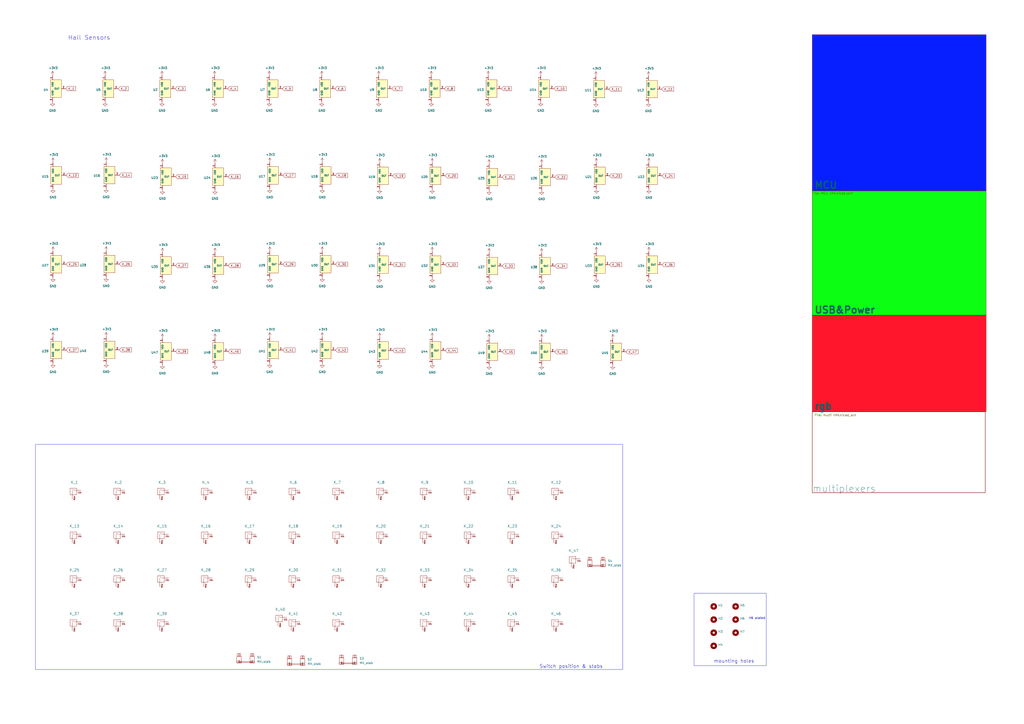
<source format=kicad_sch>
(kicad_sch (version 20230121) (generator eeschema)
  (paper "A2")
  (rectangle (start 402.59 344.17) (end 444.5 386.08))
  (rectangle (start 20.574 257.81) (end 361.188 388.366))
  (text "Switch position & stabs\n" (at 312.928 387.858 0) (effects (font (size 2 2)) (justify left bottom)))
  (text "Hall Sensors" (at 39.37 23.495 0) (effects (font (size 2.54 2.54)) (justify left bottom)))
  (text "mounting holes" (at 414.02 384.81 0) (effects (font (size 2 2)) (justify left bottom)))
  (text "H6 plated" (at 434.34 359.41 0) (effects (font (size 1.27 1.27)) (justify left bottom)))
  (global_label "K_44" (shape input) (at 258.318 203.327 0) (property "Intersheetrefs" "${INTERSHEET_REFS}" (effects hide)))
  (global_label "K_9" (shape input) (at 290.83 51.435 0) (property "Intersheetrefs" "${INTERSHEET_REFS}" (effects hide)))
  (global_label "K_6" (shape input) (at 194.31 51.435 0) (property "Intersheetrefs" "${INTERSHEET_REFS}" (effects hide)))
  (global_label "K_16" (shape input) (at 132.334 102.489 0) (property "Intersheetrefs" "${INTERSHEET_REFS}" (effects hide)))
  (global_label "K_38" (shape input) (at 69.215 202.946 0) (property "Intersheetrefs" "${INTERSHEET_REFS}" (effects hide)))
  (global_label "K_4" (shape input) (at 132.08 51.435 0) (property "Intersheetrefs" "${INTERSHEET_REFS}" (effects hide)))
  (global_label "K_24" (shape input) (at 384.048 101.981 0) (property "Intersheetrefs" "${INTERSHEET_REFS}" (effects hide)))
  (global_label "K_25" (shape input) (at 38.354 153.289 0) (property "Intersheetrefs" "${INTERSHEET_REFS}" (effects hide)))
  (global_label "K_47" (shape input) (at 363.093 204.089 0) (property "Intersheetrefs" "${INTERSHEET_REFS}" (effects hide)))
  (global_label "K_17" (shape input) (at 164.084 101.727 0) (property "Intersheetrefs" "${INTERSHEET_REFS}" (effects hide)))
  (global_label "K_22" (shape input) (at 321.818 102.743 0) (property "Intersheetrefs" "${INTERSHEET_REFS}" (effects hide)))
  (global_label "K_18" (shape input) (at 194.564 101.727 0) (property "Intersheetrefs" "${INTERSHEET_REFS}" (effects hide)))
  (global_label "K_14" (shape input) (at 69.215 101.6 0) (property "Intersheetrefs" "${INTERSHEET_REFS}" (effects hide)))
  (global_label "K_21" (shape input) (at 291.338 102.743 0) (property "Intersheetrefs" "${INTERSHEET_REFS}" (effects hide)))
  (global_label "K_42" (shape input) (at 194.564 203.073 0) (property "Intersheetrefs" "${INTERSHEET_REFS}" (effects hide)))
  (global_label "K_39" (shape input) (at 101.854 203.835 0) (property "Intersheetrefs" "${INTERSHEET_REFS}" (effects hide)))
  (global_label "K_11" (shape input) (at 353.314 51.689 0) (property "Intersheetrefs" "${INTERSHEET_REFS}" (effects hide)))
  (global_label "K_2" (shape input) (at 68.58 51.435 0) (property "Intersheetrefs" "${INTERSHEET_REFS}" (effects hide)))
  (global_label "K_15" (shape input) (at 101.854 102.489 0) (property "Intersheetrefs" "${INTERSHEET_REFS}" (effects hide)))
  (global_label "K_36" (shape input) (at 384.048 153.543 0) (property "Intersheetrefs" "${INTERSHEET_REFS}" (effects hide)))
  (global_label "K_20" (shape input) (at 258.318 101.981 0) (property "Intersheetrefs" "${INTERSHEET_REFS}" (effects hide)))
  (global_label "K_13" (shape input) (at 38.354 101.727 0) (property "Intersheetrefs" "${INTERSHEET_REFS}" (effects hide)))
  (global_label "K_5" (shape input) (at 163.83 51.435 0) (property "Intersheetrefs" "${INTERSHEET_REFS}" (effects hide)))
  (global_label "K_35" (shape input) (at 353.568 153.543 0) (property "Intersheetrefs" "${INTERSHEET_REFS}" (effects hide)))
  (global_label "K_31" (shape input) (at 227.838 153.543 0) (property "Intersheetrefs" "${INTERSHEET_REFS}" (effects hide)))
  (global_label "K_26" (shape input) (at 69.215 153.162 0) (property "Intersheetrefs" "${INTERSHEET_REFS}" (effects hide)))
  (global_label "K_34" (shape input) (at 321.818 154.305 0) (property "Intersheetrefs" "${INTERSHEET_REFS}" (effects hide)))
  (global_label "K_43" (shape input) (at 227.838 203.327 0) (property "Intersheetrefs" "${INTERSHEET_REFS}" (effects hide)))
  (global_label "K_10" (shape input) (at 321.31 51.435 0) (property "Intersheetrefs" "${INTERSHEET_REFS}" (effects hide)))
  (global_label "K_29" (shape input) (at 164.084 153.289 0) (property "Intersheetrefs" "${INTERSHEET_REFS}" (effects hide)))
  (global_label "K_40" (shape input) (at 132.334 203.835 0) (property "Intersheetrefs" "${INTERSHEET_REFS}" (effects hide)))
  (global_label "K_12" (shape input) (at 383.794 51.689 0) (property "Intersheetrefs" "${INTERSHEET_REFS}" (effects hide)))
  (global_label "K_37" (shape input) (at 38.354 203.073 0) (property "Intersheetrefs" "${INTERSHEET_REFS}" (effects hide)))
  (global_label "K_32" (shape input) (at 258.318 153.543 0) (property "Intersheetrefs" "${INTERSHEET_REFS}" (effects hide)))
  (global_label "K_33" (shape input) (at 291.338 154.305 0) (property "Intersheetrefs" "${INTERSHEET_REFS}" (effects hide)))
  (global_label "K_45" (shape input) (at 291.338 204.089 0) (property "Intersheetrefs" "${INTERSHEET_REFS}" (effects hide)))
  (global_label "K_7" (shape input) (at 227.33 51.435 0) (property "Intersheetrefs" "${INTERSHEET_REFS}" (effects hide)))
  (global_label "K_23" (shape input) (at 353.568 101.981 0) (property "Intersheetrefs" "${INTERSHEET_REFS}" (effects hide)))
  (global_label "K_28" (shape input) (at 132.334 154.051 0) (property "Intersheetrefs" "${INTERSHEET_REFS}" (effects hide)))
  (global_label "K_27" (shape input) (at 101.854 154.051 0) (property "Intersheetrefs" "${INTERSHEET_REFS}" (effects hide)))
  (global_label "K_30" (shape input) (at 194.564 153.289 0) (property "Intersheetrefs" "${INTERSHEET_REFS}" (effects hide)))
  (global_label "K_1" (shape input) (at 38.1 51.435 0) (property "Intersheetrefs" "${INTERSHEET_REFS}" (effects hide)))
  (global_label "K_3" (shape input) (at 101.6 51.435 0) (property "Intersheetrefs" "${INTERSHEET_REFS}" (effects hide)))
  (global_label "K_8" (shape input) (at 257.81 51.435 0) (property "Intersheetrefs" "${INTERSHEET_REFS}" (effects hide)))
  (global_label "K_41" (shape input) (at 164.084 203.073 0) (property "Intersheetrefs" "${INTERSHEET_REFS}" (effects hide)))
  (global_label "K_19" (shape input) (at 227.838 101.981 0) (property "Intersheetrefs" "${INTERSHEET_REFS}" (effects hide)))
  (global_label "K_46" (shape input) (at 321.818 204.089 0) (property "Intersheetrefs" "${INTERSHEET_REFS}" (effects hide)))
  (symbol (lib_id "PCM_marbastlib-mx:MX_stab") (at 171.704 383.286 0) (unit 1)
    (property "Reference" "S2" (at 178.308 382.524 0) (effects (justify left)))
    (property "Value" "MX_stab" (at 178.308 385.064 0) (effects (justify left)))
    (property "Footprint" "PCM_marbastlib-mx:STAB_MX_6.25u" (effects hide))
  )
  (symbol (lib_id "power:+3V3") (at 30.734 195.453 0) (unit 1)
    (property "Reference" "#PWR0188" (effects hide))
    (property "Value" "+3V3" (at 31.115 191.0588 0))
  )
  (symbol (lib_id "power:GND") (at 345.948 109.601 0) (unit 1)
    (property "Reference" "#PWR0128" (effects hide))
    (property "Value" "GND" (at 345.948 114.681 0))
  )
  (symbol (lib_id "49e:Hall_Sensor") (at 33.274 203.073 0) (unit 1)
    (property "Reference" "U39" (at 28.194 203.708 0) (effects (justify right)))
    (property "Value" "SLSS49E-3" (effects hide))
    (property "Footprint" "Package_TO_SOT_SMD:SOT-23" (effects hide))
    (property "Datasheet" "https://datasheet.lcsc.com/lcsc/2110081930_Slkor-SLKORMICRO-Elec--SLSS49E-3_C2904393.pdf" (effects hide))
    (property "LCSC Part" "C2904393" (effects hide))
    (property "LCSC" "C2904393" (effects hide))
  )
  (symbol (lib_id "MX_Alps_Hybrid:MX-NoLED") (at 170.18 285.75 0) (unit 1)
    (property "Reference" "K_6" (at 170.18 279.8318 0) (effects (font (size 1.524 1.524))))
    (property "Value" "KEYSW" (effects hide))
    (property "Footprint" "Moonpad:Wooting_1.00u" (effects hide))
  )
  (symbol (lib_id "MX_Alps_Hybrid:MX-NoLED") (at 246.38 361.95 0) (unit 1)
    (property "Reference" "K_43" (at 246.38 356.0318 0) (effects (font (size 1.524 1.524))))
    (property "Value" "KEYSW" (effects hide))
    (property "Footprint" "Moonpad:Wooting_1.00u" (effects hide))
  )
  (symbol (lib_id "power:+3V3") (at 186.69 43.815 0) (unit 1)
    (property "Reference" "#PWR061" (effects hide))
    (property "Value" "+3V3" (at 187.071 39.4208 0))
  )
  (symbol (lib_id "power:+3V3") (at 314.198 146.685 0) (unit 1)
    (property "Reference" "#PWR0151" (effects hide))
    (property "Value" "+3V3" (at 314.579 142.2908 0))
  )
  (symbol (lib_id "power:GND") (at 30.734 210.693 0) (unit 1)
    (property "Reference" "#PWR0212" (effects hide))
    (property "Value" "GND" (at 30.734 215.773 0))
  )
  (symbol (lib_id "power:GND") (at 124.714 211.455 0) (unit 1)
    (property "Reference" "#PWR0230" (effects hide))
    (property "Value" "GND" (at 124.714 216.535 0))
  )
  (symbol (lib_id "49e:Hall_Sensor") (at 96.774 203.835 0) (unit 1)
    (property "Reference" "U47" (at 91.694 204.47 0) (effects (justify right)))
    (property "Value" "SLSS49E-3" (effects hide))
    (property "Footprint" "Package_TO_SOT_SMD:SOT-23" (effects hide))
    (property "Datasheet" "https://datasheet.lcsc.com/lcsc/2110081930_Slkor-SLKORMICRO-Elec--SLSS49E-3_C2904393.pdf" (effects hide))
    (property "LCSC Part" "C2904393" (effects hide))
    (property "LCSC" "C2904393" (effects hide))
  )
  (symbol (lib_id "MX_Alps_Hybrid:MX-NoLED") (at 297.18 361.95 0) (unit 1)
    (property "Reference" "K_45" (at 297.18 356.0318 0) (effects (font (size 1.524 1.524))))
    (property "Value" "KEYSW" (effects hide))
    (property "Footprint" "Moonpad:Wooting_1.00u" (effects hide))
  )
  (symbol (lib_id "power:+3V3") (at 219.71 43.815 0) (unit 1)
    (property "Reference" "#PWR068" (effects hide))
    (property "Value" "+3V3" (at 220.091 39.4208 0))
  )
  (symbol (lib_id "MX_Alps_Hybrid:MX-NoLED") (at 271.78 285.75 0) (unit 1)
    (property "Reference" "K_10" (at 271.78 279.8318 0) (effects (font (size 1.524 1.524))))
    (property "Value" "KEYSW" (effects hide))
    (property "Footprint" "Moonpad:Wooting_1.00u" (effects hide))
  )
  (symbol (lib_id "power:+3V3") (at 283.718 95.123 0) (unit 1)
    (property "Reference" "#PWR0102" (effects hide))
    (property "Value" "+3V3" (at 284.099 90.7288 0))
  )
  (symbol (lib_id "49e:Hall_Sensor") (at 286.258 154.305 0) (unit 1)
    (property "Reference" "U37" (at 281.178 154.94 0) (effects (justify right)))
    (property "Value" "SLSS49E-3" (effects hide))
    (property "Footprint" "Package_TO_SOT_SMD:SOT-23" (effects hide))
    (property "Datasheet" "https://datasheet.lcsc.com/lcsc/2110081930_Slkor-SLKORMICRO-Elec--SLSS49E-3_C2904393.pdf" (effects hide))
    (property "LCSC Part" "C2904393" (effects hide))
    (property "LCSC" "C2904393" (effects hide))
  )
  (symbol (lib_id "power:GND") (at 93.98 59.055 0) (unit 1)
    (property "Reference" "#PWR056" (effects hide))
    (property "Value" "GND" (at 93.98 64.135 0))
  )
  (symbol (lib_id "power:+3V3") (at 250.698 145.923 0) (unit 1)
    (property "Reference" "#PWR0145" (effects hide))
    (property "Value" "+3V3" (at 251.079 141.5288 0))
  )
  (symbol (lib_id "49e:Hall_Sensor") (at 378.968 153.543 0) (unit 1)
    (property "Reference" "U34" (at 373.888 154.178 0) (effects (justify right)))
    (property "Value" "SLSS49E-3" (effects hide))
    (property "Footprint" "Package_TO_SOT_SMD:SOT-23" (effects hide))
    (property "Datasheet" "https://datasheet.lcsc.com/lcsc/2110081930_Slkor-SLKORMICRO-Elec--SLSS49E-3_C2904393.pdf" (effects hide))
    (property "LCSC Part" "C2904393" (effects hide))
    (property "LCSC" "C2904393" (effects hide))
  )
  (symbol (lib_id "MX_Alps_Hybrid:MX-NoLED") (at 170.18 311.15 0) (unit 1)
    (property "Reference" "K_18" (at 170.18 305.2318 0) (effects (font (size 1.524 1.524))))
    (property "Value" "KEYSW" (effects hide))
    (property "Footprint" "Moonpad:Wooting_1.00u" (effects hide))
  )
  (symbol (lib_id "power:GND") (at 61.595 160.782 0) (unit 1)
    (property "Reference" "#PWR0166" (effects hide))
    (property "Value" "GND" (at 61.595 165.862 0))
  )
  (symbol (lib_id "MX_Alps_Hybrid:MX-NoLED") (at 220.98 311.15 0) (unit 1)
    (property "Reference" "K_20" (at 220.98 305.2318 0) (effects (font (size 1.524 1.524))))
    (property "Value" "KEYSW" (effects hide))
    (property "Footprint" "Moonpad:Wooting_1.00u" (effects hide))
  )
  (symbol (lib_id "49e:Hall_Sensor") (at 253.238 153.543 0) (unit 1)
    (property "Reference" "U32" (at 248.158 154.178 0) (effects (justify right)))
    (property "Value" "SLSS49E-3" (effects hide))
    (property "Footprint" "Package_TO_SOT_SMD:SOT-23" (effects hide))
    (property "Datasheet" "https://datasheet.lcsc.com/lcsc/2110081930_Slkor-SLKORMICRO-Elec--SLSS49E-3_C2904393.pdf" (effects hide))
    (property "LCSC Part" "C2904393" (effects hide))
    (property "LCSC" "C2904393" (effects hide))
  )
  (symbol (lib_id "power:GND") (at 314.198 211.709 0) (unit 1)
    (property "Reference" "#PWR0234" (effects hide))
    (property "Value" "GND" (at 314.198 216.789 0))
  )
  (symbol (lib_id "power:GND") (at 355.473 211.709 0) (unit 1)
    (property "Reference" "#PWR0206" (effects hide))
    (property "Value" "GND" (at 355.473 216.789 0))
  )
  (symbol (lib_id "power:GND") (at 283.21 59.055 0) (unit 1)
    (property "Reference" "#PWR088" (effects hide))
    (property "Value" "GND" (at 283.21 64.135 0))
  )
  (symbol (lib_id "power:+3V3") (at 283.21 43.815 0) (unit 1)
    (property "Reference" "#PWR072" (effects hide))
    (property "Value" "+3V3" (at 283.591 39.4208 0))
  )
  (symbol (lib_id "power:+3V3") (at 250.698 94.361 0) (unit 1)
    (property "Reference" "#PWR097" (effects hide))
    (property "Value" "+3V3" (at 251.079 89.9668 0))
  )
  (symbol (lib_id "power:+3V3") (at 220.218 195.707 0) (unit 1)
    (property "Reference" "#PWR0192" (effects hide))
    (property "Value" "+3V3" (at 220.599 191.3128 0))
  )
  (symbol (lib_id "power:+3V3") (at 220.218 94.361 0) (unit 1)
    (property "Reference" "#PWR096" (effects hide))
    (property "Value" "+3V3" (at 220.599 89.9668 0))
  )
  (symbol (lib_id "power:GND") (at 124.46 59.055 0) (unit 1)
    (property "Reference" "#PWR058" (effects hide))
    (property "Value" "GND" (at 124.46 64.135 0))
  )
  (symbol (lib_id "MX_Alps_Hybrid:MX-NoLED") (at 322.58 336.55 0) (unit 1)
    (property "Reference" "K_36" (at 322.58 330.6318 0) (effects (font (size 1.524 1.524))))
    (property "Value" "KEYSW" (effects hide))
    (property "Footprint" "Moonpad:Wooting_1.00u" (effects hide))
  )
  (symbol (lib_id "49e:Hall_Sensor") (at 222.758 101.981 0) (unit 1)
    (property "Reference" "U19" (at 217.678 102.616 0) (effects (justify right)))
    (property "Value" "SLSS49E-3" (effects hide))
    (property "Footprint" "Package_TO_SOT_SMD:SOT-23" (effects hide))
    (property "Datasheet" "https://datasheet.lcsc.com/lcsc/2110081930_Slkor-SLKORMICRO-Elec--SLSS49E-3_C2904393.pdf" (effects hide))
    (property "LCSC Part" "C2904393" (effects hide))
    (property "LCSC" "C2904393" (effects hide))
  )
  (symbol (lib_id "power:+3V3") (at 314.198 95.123 0) (unit 1)
    (property "Reference" "#PWR0103" (effects hide))
    (property "Value" "+3V3" (at 314.579 90.7288 0))
  )
  (symbol (lib_id "49e:Hall_Sensor") (at 378.714 51.689 0) (unit 1)
    (property "Reference" "U12" (at 373.634 52.324 0) (effects (justify right)))
    (property "Value" "SLSS49E-3" (effects hide))
    (property "Footprint" "Package_TO_SOT_SMD:SOT-23" (effects hide))
    (property "Datasheet" "https://datasheet.lcsc.com/lcsc/2110081930_Slkor-SLKORMICRO-Elec--SLSS49E-3_C2904393.pdf" (effects hide))
    (property "LCSC Part" "C2904393" (effects hide))
    (property "LCSC" "C2904393" (effects hide))
  )
  (symbol (lib_id "power:+3V3") (at 61.595 145.542 0) (unit 1)
    (property "Reference" "#PWR0141" (effects hide))
    (property "Value" "+3V3" (at 61.976 141.1478 0))
  )
  (symbol (lib_id "power:+3V3") (at 124.46 43.815 0) (unit 1)
    (property "Reference" "#PWR053" (effects hide))
    (property "Value" "+3V3" (at 124.841 39.4208 0))
  )
  (symbol (lib_id "power:+3V3") (at 186.944 195.453 0) (unit 1)
    (property "Reference" "#PWR0191" (effects hide))
    (property "Value" "+3V3" (at 187.325 191.0588 0))
  )
  (symbol (lib_id "MX_Alps_Hybrid:MX-NoLED") (at 93.98 285.75 0) (unit 1)
    (property "Reference" "K_3" (at 93.98 279.8318 0) (effects (font (size 1.524 1.524))))
    (property "Value" "KEYSW" (effects hide))
    (property "Footprint" "Moonpad:Wooting_1.00u" (effects hide))
  )
  (symbol (lib_id "MX_Alps_Hybrid:MX-NoLED") (at 297.18 336.55 0) (unit 1)
    (property "Reference" "K_35" (at 297.18 330.6318 0) (effects (font (size 1.524 1.524))))
    (property "Value" "KEYSW" (effects hide))
    (property "Footprint" "Moonpad:Wooting_1.00u" (effects hide))
  )
  (symbol (lib_id "49e:Hall_Sensor") (at 127 51.435 0) (unit 1)
    (property "Reference" "U6" (at 121.92 52.07 0) (effects (justify right)))
    (property "Value" "SLSS49E-3" (effects hide))
    (property "Footprint" "Package_TO_SOT_SMD:SOT-23" (effects hide))
    (property "Datasheet" "https://datasheet.lcsc.com/lcsc/2110081930_Slkor-SLKORMICRO-Elec--SLSS49E-3_C2904393.pdf" (effects hide))
    (property "LCSC Part" "C2904393" (effects hide))
    (property "LCSC" "C2904393" (effects hide))
  )
  (symbol (lib_id "49e:Hall_Sensor") (at 286.258 204.089 0) (unit 1)
    (property "Reference" "U49" (at 281.178 204.724 0) (effects (justify right)))
    (property "Value" "SLSS49E-3" (effects hide))
    (property "Footprint" "Package_TO_SOT_SMD:SOT-23" (effects hide))
    (property "Datasheet" "https://datasheet.lcsc.com/lcsc/2110081930_Slkor-SLKORMICRO-Elec--SLSS49E-3_C2904393.pdf" (effects hide))
    (property "LCSC Part" "C2904393" (effects hide))
    (property "LCSC" "C2904393" (effects hide))
  )
  (symbol (lib_id "MX_Alps_Hybrid:MX-NoLED") (at 271.78 311.15 0) (unit 1)
    (property "Reference" "K_22" (at 271.78 305.2318 0) (effects (font (size 1.524 1.524))))
    (property "Value" "KEYSW" (effects hide))
    (property "Footprint" "Moonpad:Wooting_1.00u" (effects hide))
  )
  (symbol (lib_id "MX_Alps_Hybrid:MX-NoLED") (at 93.98 361.95 0) (unit 1)
    (property "Reference" "K_39" (at 93.98 356.0318 0) (effects (font (size 1.524 1.524))))
    (property "Value" "KEYSW" (effects hide))
    (property "Footprint" "Moonpad:Wooting_1.00u" (effects hide))
  )
  (symbol (lib_id "Mechanical:MountingHole") (at 426.72 351.79 0) (unit 1)
    (property "Reference" "H5" (at 429.26 351.155 0) (effects (justify left)))
    (property "Value" "MountingHole" (effects hide))
    (property "Footprint" "MountingHole:MountingHole_2.2mm_M2" (effects hide))
  )
  (symbol (lib_id "power:GND") (at 283.718 161.925 0) (unit 1)
    (property "Reference" "#PWR0184" (effects hide))
    (property "Value" "GND" (at 283.718 167.005 0))
  )
  (symbol (lib_id "power:GND") (at 186.944 109.347 0) (unit 1)
    (property "Reference" "#PWR0122" (effects hide))
    (property "Value" "GND" (at 186.944 114.427 0))
  )
  (symbol (lib_id "power:+3V3") (at 283.718 196.469 0) (unit 1)
    (property "Reference" "#PWR0198" (effects hide))
    (property "Value" "+3V3" (at 284.099 192.0748 0))
  )
  (symbol (lib_id "49e:Hall_Sensor") (at 348.488 101.981 0) (unit 1)
    (property "Reference" "U21" (at 343.408 102.616 0) (effects (justify right)))
    (property "Value" "SLSS49E-3" (effects hide))
    (property "Footprint" "Package_TO_SOT_SMD:SOT-23" (effects hide))
    (property "Datasheet" "https://datasheet.lcsc.com/lcsc/2110081930_Slkor-SLKORMICRO-Elec--SLSS49E-3_C2904393.pdf" (effects hide))
    (property "LCSC Part" "C2904393" (effects hide))
    (property "LCSC" "C2904393" (effects hide))
  )
  (symbol (lib_id "power:+3V3") (at 376.174 44.069 0) (unit 1)
    (property "Reference" "#PWR071" (effects hide))
    (property "Value" "+3V3" (at 376.555 39.6748 0))
  )
  (symbol (lib_id "MX_Alps_Hybrid:MX-NoLED") (at 144.78 311.15 0) (unit 1)
    (property "Reference" "K_17" (at 144.78 305.2318 0) (effects (font (size 1.524 1.524))))
    (property "Value" "KEYSW" (effects hide))
    (property "Footprint" "Moonpad:Wooting_1.00u" (effects hide))
  )
  (symbol (lib_id "49e:Hall_Sensor") (at 127.254 154.051 0) (unit 1)
    (property "Reference" "U36" (at 122.174 154.686 0) (effects (justify right)))
    (property "Value" "SLSS49E-3" (effects hide))
    (property "Footprint" "Package_TO_SOT_SMD:SOT-23" (effects hide))
    (property "Datasheet" "https://datasheet.lcsc.com/lcsc/2110081930_Slkor-SLKORMICRO-Elec--SLSS49E-3_C2904393.pdf" (effects hide))
    (property "LCSC Part" "C2904393" (effects hide))
    (property "LCSC" "C2904393" (effects hide))
  )
  (symbol (lib_id "power:+3V3") (at 30.734 94.107 0) (unit 1)
    (property "Reference" "#PWR092" (effects hide))
    (property "Value" "+3V3" (at 31.115 89.7128 0))
  )
  (symbol (lib_id "49e:Hall_Sensor") (at 316.738 154.305 0) (unit 1)
    (property "Reference" "U38" (at 311.658 154.94 0) (effects (justify right)))
    (property "Value" "SLSS49E-3" (effects hide))
    (property "Footprint" "Package_TO_SOT_SMD:SOT-23" (effects hide))
    (property "Datasheet" "https://datasheet.lcsc.com/lcsc/2110081930_Slkor-SLKORMICRO-Elec--SLSS49E-3_C2904393.pdf" (effects hide))
    (property "LCSC Part" "C2904393" (effects hide))
    (property "LCSC" "C2904393" (effects hide))
  )
  (symbol (lib_id "49e:Hall_Sensor") (at 96.52 51.435 0) (unit 1)
    (property "Reference" "U2" (at 91.44 52.07 0) (effects (justify right)))
    (property "Value" "SLSS49E-3" (effects hide))
    (property "Footprint" "Package_TO_SOT_SMD:SOT-23" (effects hide))
    (property "Datasheet" "https://datasheet.lcsc.com/lcsc/2110081930_Slkor-SLKORMICRO-Elec--SLSS49E-3_C2904393.pdf" (effects hide))
    (property "LCSC Part" "C2904393" (effects hide))
    (property "LCSC" "C2904393" (effects hide))
  )
  (symbol (lib_id "49e:Hall_Sensor") (at 33.274 153.289 0) (unit 1)
    (property "Reference" "U27" (at 28.194 153.924 0) (effects (justify right)))
    (property "Value" "SLSS49E-3" (effects hide))
    (property "Footprint" "Package_TO_SOT_SMD:SOT-23" (effects hide))
    (property "Datasheet" "https://datasheet.lcsc.com/lcsc/2110081930_Slkor-SLKORMICRO-Elec--SLSS49E-3_C2904393.pdf" (effects hide))
    (property "LCSC Part" "C2904393" (effects hide))
    (property "LCSC" "C2904393" (effects hide))
  )
  (symbol (lib_id "MX_Alps_Hybrid:MX-NoLED") (at 119.38 311.15 0) (unit 1)
    (property "Reference" "K_16" (at 119.38 305.2318 0) (effects (font (size 1.524 1.524))))
    (property "Value" "KEYSW" (effects hide))
    (property "Footprint" "Moonpad:Wooting_1.00u" (effects hide))
  )
  (symbol (lib_id "49e:Hall_Sensor") (at 63.5 51.435 0) (unit 1)
    (property "Reference" "U5" (at 58.42 52.07 0) (effects (justify right)))
    (property "Value" "SLSS49E-3" (effects hide))
    (property "Footprint" "Package_TO_SOT_SMD:SOT-23" (effects hide))
    (property "Datasheet" "https://datasheet.lcsc.com/lcsc/2110081930_Slkor-SLKORMICRO-Elec--SLSS49E-3_C2904393.pdf" (effects hide))
    (property "LCSC Part" "C2904393" (effects hide))
    (property "LCSC" "C2904393" (effects hide))
  )
  (symbol (lib_id "MX_Alps_Hybrid:MX-NoLED") (at 195.58 361.95 0) (unit 1)
    (property "Reference" "K_42" (at 195.58 356.0318 0) (effects (font (size 1.524 1.524))))
    (property "Value" "KEYSW" (effects hide))
    (property "Footprint" "Moonpad:Wooting_1.00u" (effects hide))
  )
  (symbol (lib_id "power:GND") (at 376.428 161.163 0) (unit 1)
    (property "Reference" "#PWR0178" (effects hide))
    (property "Value" "GND" (at 376.428 166.243 0))
  )
  (symbol (lib_id "power:+3V3") (at 94.234 196.215 0) (unit 1)
    (property "Reference" "#PWR0196" (effects hide))
    (property "Value" "+3V3" (at 94.615 191.8208 0))
  )
  (symbol (lib_id "power:+3V3") (at 61.595 195.326 0) (unit 1)
    (property "Reference" "#PWR0189" (effects hide))
    (property "Value" "+3V3" (at 61.976 190.9318 0))
  )
  (symbol (lib_id "49e:Hall_Sensor") (at 96.774 154.051 0) (unit 1)
    (property "Reference" "U35" (at 91.694 154.686 0) (effects (justify right)))
    (property "Value" "SLSS49E-3" (effects hide))
    (property "Footprint" "Package_TO_SOT_SMD:SOT-23" (effects hide))
    (property "Datasheet" "https://datasheet.lcsc.com/lcsc/2110081930_Slkor-SLKORMICRO-Elec--SLSS49E-3_C2904393.pdf" (effects hide))
    (property "LCSC Part" "C2904393" (effects hide))
    (property "LCSC" "C2904393" (effects hide))
  )
  (symbol (lib_id "49e:Hall_Sensor") (at 189.23 51.435 0) (unit 1)
    (property "Reference" "U8" (at 184.15 52.07 0) (effects (justify right)))
    (property "Value" "SLSS49E-3" (effects hide))
    (property "Footprint" "Package_TO_SOT_SMD:SOT-23" (effects hide))
    (property "Datasheet" "https://datasheet.lcsc.com/lcsc/2110081930_Slkor-SLKORMICRO-Elec--SLSS49E-3_C2904393.pdf" (effects hide))
    (property "LCSC Part" "C2904393" (effects hide))
    (property "LCSC" "C2904393" (effects hide))
  )
  (symbol (lib_id "power:+3V3") (at 156.464 195.453 0) (unit 1)
    (property "Reference" "#PWR0190" (effects hide))
    (property "Value" "+3V3" (at 156.845 191.0588 0))
  )
  (symbol (lib_id "power:GND") (at 250.698 161.163 0) (unit 1)
    (property "Reference" "#PWR0174" (effects hide))
    (property "Value" "GND" (at 250.698 166.243 0))
  )
  (symbol (lib_id "MX_Alps_Hybrid:MX-NoLED") (at 271.78 361.95 0) (unit 1)
    (property "Reference" "K_44" (at 271.78 356.0318 0) (effects (font (size 1.524 1.524))))
    (property "Value" "KEYSW" (effects hide))
    (property "Footprint" "Moonpad:Wooting_1.00u" (effects hide))
  )
  (symbol (lib_id "power:+3V3") (at 124.714 146.431 0) (unit 1)
    (property "Reference" "#PWR0149" (effects hide))
    (property "Value" "+3V3" (at 125.095 142.0368 0))
  )
  (symbol (lib_id "49e:Hall_Sensor") (at 252.73 51.435 0) (unit 1)
    (property "Reference" "U10" (at 247.65 52.07 0) (effects (justify right)))
    (property "Value" "SLSS49E-3" (effects hide))
    (property "Footprint" "Package_TO_SOT_SMD:SOT-23" (effects hide))
    (property "Datasheet" "https://datasheet.lcsc.com/lcsc/2110081930_Slkor-SLKORMICRO-Elec--SLSS49E-3_C2904393.pdf" (effects hide))
    (property "LCSC Part" "C2904393" (effects hide))
    (property "LCSC" "C2904393" (effects hide))
  )
  (symbol (lib_id "MX_Alps_Hybrid:MX-NoLED") (at 144.78 336.55 0) (unit 1)
    (property "Reference" "K_29" (at 144.78 330.6318 0) (effects (font (size 1.524 1.524))))
    (property "Value" "KEYSW" (effects hide))
    (property "Footprint" "Moonpad:Wooting_1.00u" (effects hide))
  )
  (symbol (lib_id "power:GND") (at 94.234 161.671 0) (unit 1)
    (property "Reference" "#PWR0180" (effects hide))
    (property "Value" "GND" (at 94.234 166.751 0))
  )
  (symbol (lib_id "MX_Alps_Hybrid:MX-NoLED") (at 220.98 285.75 0) (unit 1)
    (property "Reference" "K_8" (at 220.98 279.8318 0) (effects (font (size 1.524 1.524))))
    (property "Value" "KEYSW" (effects hide))
    (property "Footprint" "Moonpad:Wooting_1.00u" (effects hide))
  )
  (symbol (lib_id "MX_Alps_Hybrid:MX-NoLED") (at 43.18 361.95 0) (unit 1)
    (property "Reference" "K_37" (at 43.18 356.0318 0) (effects (font (size 1.524 1.524))))
    (property "Value" "KEYSW" (effects hide))
    (property "Footprint" "Moonpad:Wooting_1.00u" (effects hide))
  )
  (symbol (lib_id "power:+3V3") (at 156.464 145.669 0) (unit 1)
    (property "Reference" "#PWR0142" (effects hide))
    (property "Value" "+3V3" (at 156.845 141.2748 0))
  )
  (symbol (lib_id "MX_Alps_Hybrid:MX-NoLED") (at 68.58 361.95 0) (unit 1)
    (property "Reference" "K_38" (at 68.58 356.0318 0) (effects (font (size 1.524 1.524))))
    (property "Value" "KEYSW" (effects hide))
    (property "Footprint" "Moonpad:Wooting_1.00u" (effects hide))
  )
  (symbol (lib_id "MX_Alps_Hybrid:MX-NoLED") (at 332.74 325.374 0) (unit 1)
    (property "Reference" "K_47" (at 332.74 319.4558 0) (effects (font (size 1.524 1.524))))
    (property "Value" "KEYSW" (effects hide))
    (property "Footprint" "Moonpad:Wooting_1.00u" (effects hide))
  )
  (symbol (lib_id "power:GND") (at 220.218 210.947 0) (unit 1)
    (property "Reference" "#PWR0220" (effects hide))
    (property "Value" "GND" (at 220.218 216.027 0))
  )
  (symbol (lib_id "power:GND") (at 30.734 109.347 0) (unit 1)
    (property "Reference" "#PWR0116" (effects hide))
    (property "Value" "GND" (at 30.734 114.427 0))
  )
  (symbol (lib_id "PCM_marbastlib-mx:MX_stab") (at 345.948 326.136 0) (unit 1)
    (property "Reference" "S4" (at 352.552 325.374 0) (effects (justify left)))
    (property "Value" "MX_stab" (at 352.552 327.914 0) (effects (justify left)))
    (property "Footprint" "PCM_marbastlib-mx:STAB_MX_ISO-ROT" (effects hide))
  )
  (symbol (lib_id "power:GND") (at 376.428 109.601 0) (unit 1)
    (property "Reference" "#PWR0130" (effects hide))
    (property "Value" "GND" (at 376.428 114.681 0))
  )
  (symbol (lib_id "power:+3V3") (at 283.718 146.685 0) (unit 1)
    (property "Reference" "#PWR0150" (effects hide))
    (property "Value" "+3V3" (at 284.099 142.2908 0))
  )
  (symbol (lib_id "power:+3V3") (at 93.98 43.815 0) (unit 1)
    (property "Reference" "#PWR052" (effects hide))
    (property "Value" "+3V3" (at 94.361 39.4208 0))
  )
  (symbol (lib_id "49e:Hall_Sensor") (at 222.25 51.435 0) (unit 1)
    (property "Reference" "U9" (at 217.17 52.07 0) (effects (justify right)))
    (property "Value" "SLSS49E-3" (effects hide))
    (property "Footprint" "Package_TO_SOT_SMD:SOT-23" (effects hide))
    (property "Datasheet" "https://datasheet.lcsc.com/lcsc/2110081930_Slkor-SLKORMICRO-Elec--SLSS49E-3_C2904393.pdf" (effects hide))
    (property "LCSC Part" "C2904393" (effects hide))
    (property "LCSC" "C2904393" (effects hide))
  )
  (symbol (lib_id "power:+3V3") (at 30.48 43.815 0) (unit 1)
    (property "Reference" "#PWR07" (effects hide))
    (property "Value" "+3V3" (at 30.861 39.4208 0))
  )
  (symbol (lib_id "power:+3V3") (at 156.464 94.107 0) (unit 1)
    (property "Reference" "#PWR094" (effects hide))
    (property "Value" "+3V3" (at 156.845 89.7128 0))
  )
  (symbol (lib_id "power:GND") (at 314.198 161.925 0) (unit 1)
    (property "Reference" "#PWR0186" (effects hide))
    (property "Value" "GND" (at 314.198 167.005 0))
  )
  (symbol (lib_id "MX_Alps_Hybrid:MX-NoLED") (at 246.38 311.15 0) (unit 1)
    (property "Reference" "K_21" (at 246.38 305.2318 0) (effects (font (size 1.524 1.524))))
    (property "Value" "KEYSW" (effects hide))
    (property "Footprint" "Moonpad:Wooting_1.00u" (effects hide))
  )
  (symbol (lib_id "power:GND") (at 186.69 59.055 0) (unit 1)
    (property "Reference" "#PWR066" (effects hide))
    (property "Value" "GND" (at 186.69 64.135 0))
  )
  (symbol (lib_id "power:GND") (at 250.19 59.055 0) (unit 1)
    (property "Reference" "#PWR082" (effects hide))
    (property "Value" "GND" (at 250.19 64.135 0))
  )
  (symbol (lib_id "49e:Hall_Sensor") (at 64.135 202.946 0) (unit 1)
    (property "Reference" "U40" (at 50.165 203.581 0) (effects (justify right)))
    (property "Value" "SLSS49E-3" (effects hide))
    (property "Footprint" "Package_TO_SOT_SMD:SOT-23" (effects hide))
    (property "Datasheet" "https://datasheet.lcsc.com/lcsc/2110081930_Slkor-SLKORMICRO-Elec--SLSS49E-3_C2904393.pdf" (effects hide))
    (property "LCSC Part" "C2904393" (effects hide))
    (property "LCSC" "C2904393" (effects hide))
  )
  (symbol (lib_id "MX_Alps_Hybrid:MX-NoLED") (at 119.38 285.75 0) (unit 1)
    (property "Reference" "K_4" (at 119.38 279.8318 0) (effects (font (size 1.524 1.524))))
    (property "Value" "KEYSW" (effects hide))
    (property "Footprint" "Moonpad:Wooting_1.00u" (effects hide))
  )
  (symbol (lib_id "MX_Alps_Hybrid:MX-NoLED") (at 271.78 336.55 0) (unit 1)
    (property "Reference" "K_34" (at 271.78 330.6318 0) (effects (font (size 1.524 1.524))))
    (property "Value" "KEYSW" (effects hide))
    (property "Footprint" "Moonpad:Wooting_1.00u" (effects hide))
  )
  (symbol (lib_id "power:GND") (at 94.234 211.455 0) (unit 1)
    (property "Reference" "#PWR0228" (effects hide))
    (property "Value" "GND" (at 94.234 216.535 0))
  )
  (symbol (lib_id "49e:Hall_Sensor") (at 33.02 51.435 0) (unit 1)
    (property "Reference" "U4" (at 27.94 52.07 0) (effects (justify right)))
    (property "Value" "SLSS49E-3" (effects hide))
    (property "Footprint" "Package_TO_SOT_SMD:SOT-23" (effects hide))
    (property "Datasheet" "https://datasheet.lcsc.com/lcsc/2110081930_Slkor-SLKORMICRO-Elec--SLSS49E-3_C2904393.pdf" (effects hide))
    (property "LCSC Part" "C2904393" (effects hide))
    (property "LCSC" "C2904393" (effects hide))
  )
  (symbol (lib_id "49e:Hall_Sensor") (at 378.968 101.981 0) (unit 1)
    (property "Reference" "U22" (at 373.888 102.616 0) (effects (justify right)))
    (property "Value" "SLSS49E-3" (effects hide))
    (property "Footprint" "Package_TO_SOT_SMD:SOT-23" (effects hide))
    (property "Datasheet" "https://datasheet.lcsc.com/lcsc/2110081930_Slkor-SLKORMICRO-Elec--SLSS49E-3_C2904393.pdf" (effects hide))
    (property "LCSC Part" "C2904393" (effects hide))
    (property "LCSC" "C2904393" (effects hide))
  )
  (symbol (lib_id "power:+3V3") (at 94.234 94.869 0) (unit 1)
    (property "Reference" "#PWR0100" (effects hide))
    (property "Value" "+3V3" (at 94.615 90.4748 0))
  )
  (symbol (lib_id "49e:Hall_Sensor") (at 189.484 153.289 0) (unit 1)
    (property "Reference" "U30" (at 184.404 153.924 0) (effects (justify right)))
    (property "Value" "SLSS49E-3" (effects hide))
    (property "Footprint" "Package_TO_SOT_SMD:SOT-23" (effects hide))
    (property "Datasheet" "https://datasheet.lcsc.com/lcsc/2110081930_Slkor-SLKORMICRO-Elec--SLSS49E-3_C2904393.pdf" (effects hide))
    (property "LCSC Part" "C2904393" (effects hide))
    (property "LCSC" "C2904393" (effects hide))
  )
  (symbol (lib_id "Mechanical:MountingHole") (at 414.02 351.79 0) (unit 1)
    (property "Reference" "H1" (at 416.56 351.155 0) (effects (justify left)))
    (property "Value" "MountingHole" (effects hide))
    (property "Footprint" "MountingHole:MountingHole_2.2mm_M2" (effects hide))
  )
  (symbol (lib_id "MX_Alps_Hybrid:MX-NoLED") (at 195.58 311.15 0) (unit 1)
    (property "Reference" "K_19" (at 195.58 305.2318 0) (effects (font (size 1.524 1.524))))
    (property "Value" "KEYSW" (effects hide))
    (property "Footprint" "Moonpad:Wooting_1.00u" (effects hide))
  )
  (symbol (lib_id "power:+3V3") (at 186.944 145.669 0) (unit 1)
    (property "Reference" "#PWR0143" (effects hide))
    (property "Value" "+3V3" (at 187.325 141.2748 0))
  )
  (symbol (lib_id "49e:Hall_Sensor") (at 348.234 51.689 0) (unit 1)
    (property "Reference" "U11" (at 343.154 52.324 0) (effects (justify right)))
    (property "Value" "SLSS49E-3" (effects hide))
    (property "Footprint" "Package_TO_SOT_SMD:SOT-23" (effects hide))
    (property "Datasheet" "https://datasheet.lcsc.com/lcsc/2110081930_Slkor-SLKORMICRO-Elec--SLSS49E-3_C2904393.pdf" (effects hide))
    (property "LCSC Part" "C2904393" (effects hide))
    (property "LCSC" "C2904393" (effects hide))
  )
  (symbol (lib_id "power:GND") (at 124.714 161.671 0) (unit 1)
    (property "Reference" "#PWR0182" (effects hide))
    (property "Value" "GND" (at 124.714 166.751 0))
  )
  (symbol (lib_id "power:GND") (at 313.69 59.055 0) (unit 1)
    (property "Reference" "#PWR090" (effects hide))
    (property "Value" "GND" (at 313.69 64.135 0))
  )
  (symbol (lib_id "power:GND") (at 156.464 210.693 0) (unit 1)
    (property "Reference" "#PWR0216" (effects hide))
    (property "Value" "GND" (at 156.464 215.773 0))
  )
  (symbol (lib_id "power:GND") (at 30.734 160.909 0) (unit 1)
    (property "Reference" "#PWR0164" (effects hide))
    (property "Value" "GND" (at 30.734 165.989 0))
  )
  (symbol (lib_id "Mechanical:MountingHole") (at 414.02 359.41 0) (unit 1)
    (property "Reference" "H2" (at 416.56 358.775 0) (effects (justify left)))
    (property "Value" "MountingHole" (effects hide))
    (property "Footprint" "MountingHole:MountingHole_2.2mm_M2" (effects hide))
  )
  (symbol (lib_id "MX_Alps_Hybrid:MX-NoLED") (at 195.58 336.55 0) (unit 1)
    (property "Reference" "K_31" (at 195.58 330.6318 0) (effects (font (size 1.524 1.524))))
    (property "Value" "KEYSW" (effects hide))
    (property "Footprint" "Moonpad:Wooting_1.00u" (effects hide))
  )
  (symbol (lib_id "power:+3V3") (at 94.234 146.431 0) (unit 1)
    (property "Reference" "#PWR0148" (effects hide))
    (property "Value" "+3V3" (at 94.615 142.0368 0))
  )
  (symbol (lib_id "power:GND") (at 250.698 109.601 0) (unit 1)
    (property "Reference" "#PWR0126" (effects hide))
    (property "Value" "GND" (at 250.698 114.681 0))
  )
  (symbol (lib_id "49e:Hall_Sensor") (at 158.75 51.435 0) (unit 1)
    (property "Reference" "U7" (at 153.67 52.07 0) (effects (justify right)))
    (property "Value" "SLSS49E-3" (effects hide))
    (property "Footprint" "Package_TO_SOT_SMD:SOT-23" (effects hide))
    (property "Datasheet" "https://datasheet.lcsc.com/lcsc/2110081930_Slkor-SLKORMICRO-Elec--SLSS49E-3_C2904393.pdf" (effects hide))
    (property "LCSC Part" "C2904393" (effects hide))
    (property "LCSC" "C2904393" (effects hide))
  )
  (symbol (lib_id "49e:Hall_Sensor") (at 189.484 203.073 0) (unit 1)
    (property "Reference" "U42" (at 184.404 203.708 0) (effects (justify right)))
    (property "Value" "SLSS49E-3" (effects hide))
    (property "Footprint" "Package_TO_SOT_SMD:SOT-23" (effects hide))
    (property "Datasheet" "https://datasheet.lcsc.com/lcsc/2110081930_Slkor-SLKORMICRO-Elec--SLSS49E-3_C2904393.pdf" (effects hide))
    (property "LCSC Part" "C2904393" (effects hide))
    (property "LCSC" "C2904393" (effects hide))
  )
  (symbol (lib_id "power:GND") (at 186.944 210.693 0) (unit 1)
    (property "Reference" "#PWR0218" (effects hide))
    (property "Value" "GND" (at 186.944 215.773 0))
  )
  (symbol (lib_id "power:+3V3") (at 313.69 43.815 0) (unit 1)
    (property "Reference" "#PWR073" (effects hide))
    (property "Value" "+3V3" (at 314.071 39.4208 0))
  )
  (symbol (lib_id "49e:Hall_Sensor") (at 222.758 153.543 0) (unit 1)
    (property "Reference" "U31" (at 217.678 154.178 0) (effects (justify right)))
    (property "Value" "SLSS49E-3" (effects hide))
    (property "Footprint" "Package_TO_SOT_SMD:SOT-23" (effects hide))
    (property "Datasheet" "https://datasheet.lcsc.com/lcsc/2110081930_Slkor-SLKORMICRO-Elec--SLSS49E-3_C2904393.pdf" (effects hide))
    (property "LCSC Part" "C2904393" (effects hide))
    (property "LCSC" "C2904393" (effects hide))
  )
  (symbol (lib_id "Mechanical:MountingHole") (at 414.02 367.03 0) (unit 1)
    (property "Reference" "H3" (at 416.56 366.395 0) (effects (justify left)))
    (property "Value" "MountingHole" (effects hide))
    (property "Footprint" "MountingHole:MountingHole_2.2mm_M2" (effects hide))
  )
  (symbol (lib_id "power:+3V3") (at 345.694 44.069 0) (unit 1)
    (property "Reference" "#PWR070" (effects hide))
    (property "Value" "+3V3" (at 346.075 39.6748 0))
  )
  (symbol (lib_id "49e:Hall_Sensor") (at 222.758 203.327 0) (unit 1)
    (property "Reference" "U43" (at 217.678 203.962 0) (effects (justify right)))
    (property "Value" "SLSS49E-3" (effects hide))
    (property "Footprint" "Package_TO_SOT_SMD:SOT-23" (effects hide))
    (property "Datasheet" "https://datasheet.lcsc.com/lcsc/2110081930_Slkor-SLKORMICRO-Elec--SLSS49E-3_C2904393.pdf" (effects hide))
    (property "LCSC Part" "C2904393" (effects hide))
    (property "LCSC" "C2904393" (effects hide))
  )
  (symbol (lib_id "49e:Hall_Sensor") (at 159.004 153.289 0) (unit 1)
    (property "Reference" "U29" (at 153.924 153.924 0) (effects (justify right)))
    (property "Value" "SLSS49E-3" (effects hide))
    (property "Footprint" "Package_TO_SOT_SMD:SOT-23" (effects hide))
    (property "Datasheet" "https://datasheet.lcsc.com/lcsc/2110081930_Slkor-SLKORMICRO-Elec--SLSS49E-3_C2904393.pdf" (effects hide))
    (property "LCSC Part" "C2904393" (effects hide))
    (property "LCSC" "C2904393" (effects hide))
  )
  (symbol (lib_id "PCM_marbastlib-mx:MX_stab") (at 142.494 382.016 0) (unit 1)
    (property "Reference" "S1" (at 149.098 381.254 0) (effects (justify left)))
    (property "Value" "MX_stab" (at 149.098 383.794 0) (effects (justify left)))
    (property "Footprint" "PCM_marbastlib-mx:STAB_MX_2.75u" (effects hide))
  )
  (symbol (lib_id "Mechanical:MountingHole") (at 426.72 359.41 0) (unit 1)
    (property "Reference" "H6" (at 429.26 358.775 0) (effects (justify left)))
    (property "Value" "MountingHole" (effects hide))
    (property "Footprint" "MountingHole:MountingHole_2.2mm_M2" (effects hide))
  )
  (symbol (lib_id "power:GND") (at 94.234 110.109 0) (unit 1)
    (property "Reference" "#PWR0132" (effects hide))
    (property "Value" "GND" (at 94.234 115.189 0))
  )
  (symbol (lib_id "power:+3V3") (at 376.428 145.923 0) (unit 1)
    (property "Reference" "#PWR0147" (effects hide))
    (property "Value" "+3V3" (at 376.809 141.5288 0))
  )
  (symbol (lib_id "power:GND") (at 156.464 109.347 0) (unit 1)
    (property "Reference" "#PWR0120" (effects hide))
    (property "Value" "GND" (at 156.464 114.427 0))
  )
  (symbol (lib_id "49e:Hall_Sensor") (at 316.738 102.743 0) (unit 1)
    (property "Reference" "U26" (at 311.658 103.378 0) (effects (justify right)))
    (property "Value" "SLSS49E-3" (effects hide))
    (property "Footprint" "Package_TO_SOT_SMD:SOT-23" (effects hide))
    (property "Datasheet" "https://datasheet.lcsc.com/lcsc/2110081930_Slkor-SLKORMICRO-Elec--SLSS49E-3_C2904393.pdf" (effects hide))
    (property "LCSC Part" "C2904393" (effects hide))
    (property "LCSC" "C2904393" (effects hide))
  )
  (symbol (lib_id "MX_Alps_Hybrid:MX-NoLED") (at 43.18 285.75 0) (unit 1)
    (property "Reference" "K_1" (at 43.18 279.8318 0) (effects (font (size 1.524 1.524))))
    (property "Value" "KEYSW" (effects hide))
    (property "Footprint" "Moonpad:Wooting_1.00u" (effects hide))
  )
  (symbol (lib_id "49e:Hall_Sensor") (at 358.013 204.089 0) (unit 1)
    (property "Reference" "U45" (at 352.933 204.724 0) (effects (justify right)))
    (property "Value" "SLSS49E-3" (effects hide))
    (property "Footprint" "Package_TO_SOT_SMD:SOT-23" (effects hide))
    (property "Datasheet" "https://datasheet.lcsc.com/lcsc/2110081930_Slkor-SLKORMICRO-Elec--SLSS49E-3_C2904393.pdf" (effects hide))
    (property "LCSC Part" "C2904393" (effects hide))
    (property "LCSC" "C2904393" (effects hide))
  )
  (symbol (lib_id "power:GND") (at 376.174 59.309 0) (unit 1)
    (property "Reference" "#PWR086" (effects hide))
    (property "Value" "GND" (at 376.174 64.389 0))
  )
  (symbol (lib_id "49e:Hall_Sensor") (at 253.238 203.327 0) (unit 1)
    (property "Reference" "U44" (at 248.158 203.962 0) (effects (justify right)))
    (property "Value" "SLSS49E-3" (effects hide))
    (property "Footprint" "Package_TO_SOT_SMD:SOT-23" (effects hide))
    (property "Datasheet" "https://datasheet.lcsc.com/lcsc/2110081930_Slkor-SLKORMICRO-Elec--SLSS49E-3_C2904393.pdf" (effects hide))
    (property "LCSC Part" "C2904393" (effects hide))
    (property "LCSC" "C2904393" (effects hide))
  )
  (symbol (lib_id "MX_Alps_Hybrid:MX-NoLED") (at 68.58 336.55 0) (unit 1)
    (property "Reference" "K_26" (at 68.58 330.6318 0) (effects (font (size 1.524 1.524))))
    (property "Value" "KEYSW" (effects hide))
    (property "Footprint" "Moonpad:Wooting_1.00u" (effects hide))
  )
  (symbol (lib_id "power:GND") (at 250.698 210.947 0) (unit 1)
    (property "Reference" "#PWR0222" (effects hide))
    (property "Value" "GND" (at 250.698 216.027 0))
  )
  (symbol (lib_id "Mechanical:MountingHole") (at 426.72 367.03 0) (unit 1)
    (property "Reference" "H7" (at 429.26 366.395 0) (effects (justify left)))
    (property "Value" "MountingHole" (effects hide))
    (property "Footprint" "MountingHole:MountingHole_2.2mm_M2_DIN965_Pad" (effects hide))
  )
  (symbol (lib_id "MX_Alps_Hybrid:MX-NoLED") (at 144.78 285.75 0) (unit 1)
    (property "Reference" "K_5" (at 144.78 279.8318 0) (effects (font (size 1.524 1.524))))
    (property "Value" "KEYSW" (effects hide))
    (property "Footprint" "Moonpad:Wooting_1.00u" (effects hide))
  )
  (symbol (lib_id "49e:Hall_Sensor") (at 316.738 204.089 0) (unit 1)
    (property "Reference" "U50" (at 311.658 204.724 0) (effects (justify right)))
    (property "Value" "SLSS49E-3" (effects hide))
    (property "Footprint" "Package_TO_SOT_SMD:SOT-23" (effects hide))
    (property "Datasheet" "https://datasheet.lcsc.com/lcsc/2110081930_Slkor-SLKORMICRO-Elec--SLSS49E-3_C2904393.pdf" (effects hide))
    (property "LCSC Part" "C2904393" (effects hide))
    (property "LCSC" "C2904393" (effects hide))
  )
  (symbol (lib_id "MX_Alps_Hybrid:MX-NoLED") (at 170.18 336.55 0) (unit 1)
    (property "Reference" "K_30" (at 170.18 330.6318 0) (effects (font (size 1.524 1.524))))
    (property "Value" "KEYSW" (effects hide))
    (property "Footprint" "Moonpad:Wooting_1.00u" (effects hide))
  )
  (symbol (lib_id "49e:Hall_Sensor") (at 159.004 101.727 0) (unit 1)
    (property "Reference" "U17" (at 153.924 102.362 0) (effects (justify right)))
    (property "Value" "SLSS49E-3" (effects hide))
    (property "Footprint" "Package_TO_SOT_SMD:SOT-23" (effects hide))
    (property "Datasheet" "https://datasheet.lcsc.com/lcsc/2110081930_Slkor-SLKORMICRO-Elec--SLSS49E-3_C2904393.pdf" (effects hide))
    (property "LCSC Part" "C2904393" (effects hide))
    (property "LCSC" "C2904393" (effects hide))
  )
  (symbol (lib_id "power:+3V3") (at 355.473 196.469 0) (unit 1)
    (property "Reference" "#PWR0194" (effects hide))
    (property "Value" "+3V3" (at 355.854 192.0748 0))
  )
  (symbol (lib_id "PCM_marbastlib-mx:MX_stab") (at 201.93 382.778 0) (unit 1)
    (property "Reference" "S3" (at 208.534 382.016 0) (effects (justify left)))
    (property "Value" "MX_stab" (at 208.534 384.556 0) (effects (justify left)))
    (property "Footprint" "PCM_marbastlib-mx:STAB_MX_2.25u" (effects hide))
  )
  (symbol (lib_id "power:GND") (at 283.718 110.363 0) (unit 1)
    (property "Reference" "#PWR0136" (effects hide))
    (property "Value" "GND" (at 283.718 115.443 0))
  )
  (symbol (lib_id "power:+3V3") (at 60.96 43.815 0) (unit 1)
    (property "Reference" "#PWR015" (effects hide))
    (property "Value" "+3V3" (at 61.341 39.4208 0))
  )
  (symbol (lib_id "power:+3V3") (at 156.21 43.815 0) (unit 1)
    (property "Reference" "#PWR060" (effects hide))
    (property "Value" "+3V3" (at 156.591 39.4208 0))
  )
  (symbol (lib_id "49e:Hall_Sensor") (at 189.484 101.727 0) (unit 1)
    (property "Reference" "U18" (at 184.404 102.362 0) (effects (justify right)))
    (property "Value" "SLSS49E-3" (effects hide))
    (property "Footprint" "Package_TO_SOT_SMD:SOT-23" (effects hide))
    (property "Datasheet" "https://datasheet.lcsc.com/lcsc/2110081930_Slkor-SLKORMICRO-Elec--SLSS49E-3_C2904393.pdf" (effects hide))
    (property "LCSC Part" "C2904393" (effects hide))
    (property "LCSC" "C2904393" (effects hide))
  )
  (symbol (lib_id "MX_Alps_Hybrid:MX-NoLED") (at 68.58 285.75 0) (unit 1)
    (property "Reference" "K_2" (at 68.58 279.8318 0) (effects (font (size 1.524 1.524))))
    (property "Value" "KEYSW" (effects hide))
    (property "Footprint" "Moonpad:Wooting_1.00u" (effects hide))
  )
  (symbol (lib_id "MX_Alps_Hybrid:MX-NoLED") (at 322.58 285.75 0) (unit 1)
    (property "Reference" "K_12" (at 322.58 279.8318 0) (effects (font (size 1.524 1.524))))
    (property "Value" "KEYSW" (effects hide))
    (property "Footprint" "Moonpad:Wooting_1.00u" (effects hide))
  )
  (symbol (lib_id "power:+3V3") (at 376.428 94.361 0) (unit 1)
    (property "Reference" "#PWR099" (effects hide))
    (property "Value" "+3V3" (at 376.809 89.9668 0))
  )
  (symbol (lib_id "MX_Alps_Hybrid:MX-NoLED") (at 322.58 311.15 0) (unit 1)
    (property "Reference" "K_24" (at 322.58 305.2318 0) (effects (font (size 1.524 1.524))))
    (property "Value" "KEYSW" (effects hide))
    (property "Footprint" "Moonpad:Wooting_1.00u" (effects hide))
  )
  (symbol (lib_id "MX_Alps_Hybrid:MX-NoLED") (at 43.18 336.55 0) (unit 1)
    (property "Reference" "K_25" (at 43.18 330.6318 0) (effects (font (size 1.524 1.524))))
    (property "Value" "KEYSW" (effects hide))
    (property "Footprint" "Moonpad:Wooting_1.00u" (effects hide))
  )
  (symbol (lib_id "49e:Hall_Sensor") (at 64.135 153.162 0) (unit 1)
    (property "Reference" "U28" (at 50.165 153.797 0) (effects (justify right)))
    (property "Value" "SLSS49E-3" (effects hide))
    (property "Footprint" "Package_TO_SOT_SMD:SOT-23" (effects hide))
    (property "Datasheet" "https://datasheet.lcsc.com/lcsc/2110081930_Slkor-SLKORMICRO-Elec--SLSS49E-3_C2904393.pdf" (effects hide))
    (property "LCSC Part" "C2904393" (effects hide))
    (property "LCSC" "C2904393" (effects hide))
  )
  (symbol (lib_id "MX_Alps_Hybrid:MX-NoLED") (at 322.58 361.95 0) (unit 1)
    (property "Reference" "K_46" (at 322.58 356.0318 0) (effects (font (size 1.524 1.524))))
    (property "Value" "KEYSW" (effects hide))
    (property "Footprint" "Moonpad:Wooting_1.00u" (effects hide))
  )
  (symbol (lib_id "power:+3V3") (at 186.944 94.107 0) (unit 1)
    (property "Reference" "#PWR095" (effects hide))
    (property "Value" "+3V3" (at 187.325 89.7128 0))
  )
  (symbol (lib_id "49e:Hall_Sensor") (at 127.254 203.835 0) (unit 1)
    (property "Reference" "U48" (at 122.174 204.47 0) (effects (justify right)))
    (property "Value" "SLSS49E-3" (effects hide))
    (property "Footprint" "Package_TO_SOT_SMD:SOT-23" (effects hide))
    (property "Datasheet" "https://datasheet.lcsc.com/lcsc/2110081930_Slkor-SLKORMICRO-Elec--SLSS49E-3_C2904393.pdf" (effects hide))
    (property "LCSC Part" "C2904393" (effects hide))
    (property "LCSC" "C2904393" (effects hide))
  )
  (symbol (lib_id "power:GND") (at 220.218 161.163 0) (unit 1)
    (property "Reference" "#PWR0172" (effects hide))
    (property "Value" "GND" (at 220.218 166.243 0))
  )
  (symbol (lib_id "power:+3V3") (at 345.948 145.923 0) (unit 1)
    (property "Reference" "#PWR0146" (effects hide))
    (property "Value" "+3V3" (at 346.329 141.5288 0))
  )
  (symbol (lib_id "power:GND") (at 314.198 110.363 0) (unit 1)
    (property "Reference" "#PWR0138" (effects hide))
    (property "Value" "GND" (at 314.198 115.443 0))
  )
  (symbol (lib_id "49e:Hall_Sensor") (at 348.488 153.543 0) (unit 1)
    (property "Reference" "U33" (at 343.408 154.178 0) (effects (justify right)))
    (property "Value" "SLSS49E-3" (effects hide))
    (property "Footprint" "Package_TO_SOT_SMD:SOT-23" (effects hide))
    (property "Datasheet" "https://datasheet.lcsc.com/lcsc/2110081930_Slkor-SLKORMICRO-Elec--SLSS49E-3_C2904393.pdf" (effects hide))
    (property "LCSC Part" "C2904393" (effects hide))
    (property "LCSC" "C2904393" (effects hide))
  )
  (symbol (lib_id "49e:Hall_Sensor") (at 96.774 102.489 0) (unit 1)
    (property "Reference" "U23" (at 91.694 103.124 0) (effects (justify right)))
    (property "Value" "SLSS49E-3" (effects hide))
    (property "Footprint" "Package_TO_SOT_SMD:SOT-23" (effects hide))
    (property "Datasheet" "https://datasheet.lcsc.com/lcsc/2110081930_Slkor-SLKORMICRO-Elec--SLSS49E-3_C2904393.pdf" (effects hide))
    (property "LCSC Part" "C2904393" (effects hide))
    (property "LCSC" "C2904393" (effects hide))
  )
  (symbol (lib_id "power:GND") (at 219.71 59.055 0) (unit 1)
    (property "Reference" "#PWR080" (effects hide))
    (property "Value" "GND" (at 219.71 64.135 0))
  )
  (symbol (lib_id "MX_Alps_Hybrid:MX-NoLED") (at 220.98 336.55 0) (unit 1)
    (property "Reference" "K_32" (at 220.98 330.6318 0) (effects (font (size 1.524 1.524))))
    (property "Value" "KEYSW" (effects hide))
    (property "Footprint" "Moonpad:Wooting_1.00u" (effects hide))
  )
  (symbol (lib_id "MX_Alps_Hybrid:MX-NoLED") (at 43.18 311.15 0) (unit 1)
    (property "Reference" "K_13" (at 43.18 305.2318 0) (effects (font (size 1.524 1.524))))
    (property "Value" "KEYSW" (effects hide))
    (property "Footprint" "Moonpad:Wooting_1.00u" (effects hide))
  )
  (symbol (lib_id "49e:Hall_Sensor") (at 253.238 101.981 0) (unit 1)
    (property "Reference" "U20" (at 248.158 102.616 0) (effects (justify right)))
    (property "Value" "SLSS49E-3" (effects hide))
    (property "Footprint" "Package_TO_SOT_SMD:SOT-23" (effects hide))
    (property "Datasheet" "https://datasheet.lcsc.com/lcsc/2110081930_Slkor-SLKORMICRO-Elec--SLSS49E-3_C2904393.pdf" (effects hide))
    (property "LCSC Part" "C2904393" (effects hide))
    (property "LCSC" "C2904393" (effects hide))
  )
  (symbol (lib_id "MX_Alps_Hybrid:MX-NoLED") (at 68.58 311.15 0) (unit 1)
    (property "Reference" "K_14" (at 68.58 305.2318 0) (effects (font (size 1.524 1.524))))
    (property "Value" "KEYSW" (effects hide))
    (property "Footprint" "Moonpad:Wooting_1.00u" (effects hide))
  )
  (symbol (lib_id "power:GND") (at 124.714 110.109 0) (unit 1)
    (property "Reference" "#PWR0134" (effects hide))
    (property "Value" "GND" (at 124.714 115.189 0))
  )
  (symbol (lib_id "power:GND") (at 220.218 109.601 0) (unit 1)
    (property "Reference" "#PWR0124" (effects hide))
    (property "Value" "GND" (at 220.218 114.681 0))
  )
  (symbol (lib_id "49e:Hall_Sensor") (at 159.004 203.073 0) (unit 1)
    (property "Reference" "U41" (at 153.924 203.708 0) (effects (justify right)))
    (property "Value" "SLSS49E-3" (effects hide))
    (property "Footprint" "Package_TO_SOT_SMD:SOT-23" (effects hide))
    (property "Datasheet" "https://datasheet.lcsc.com/lcsc/2110081930_Slkor-SLKORMICRO-Elec--SLSS49E-3_C2904393.pdf" (effects hide))
    (property "LCSC Part" "C2904393" (effects hide))
    (property "LCSC" "C2904393" (effects hide))
  )
  (symbol (lib_id "power:GND") (at 61.595 109.22 0) (unit 1)
    (property "Reference" "#PWR0118" (effects hide))
    (property "Value" "GND" (at 61.595 114.3 0))
  )
  (symbol (lib_id "MX_Alps_Hybrid:MX-NoLED") (at 170.18 361.95 0) (unit 1)
    (property "Reference" "K_41" (at 170.18 356.0318 0) (effects (font (size 1.524 1.524))))
    (property "Value" "KEYSW" (effects hide))
    (property "Footprint" "Moonpad:Wooting_1.00u" (effects hide))
  )
  (symbol (lib_id "power:GND") (at 60.96 59.055 0) (unit 1)
    (property "Reference" "#PWR020" (effects hide))
    (property "Value" "GND" (at 60.96 64.135 0))
  )
  (symbol (lib_id "49e:Hall_Sensor") (at 285.75 51.435 0) (unit 1)
    (property "Reference" "U13" (at 280.67 52.07 0) (effects (justify right)))
    (property "Value" "SLSS49E-3" (effects hide))
    (property "Footprint" "Package_TO_SOT_SMD:SOT-23" (effects hide))
    (property "Datasheet" "https://datasheet.lcsc.com/lcsc/2110081930_Slkor-SLKORMICRO-Elec--SLSS49E-3_C2904393.pdf" (effects hide))
    (property "LCSC Part" "C2904393" (effects hide))
    (property "LCSC" "C2904393" (effects hide))
  )
  (symbol (lib_id "power:+3V3") (at 250.698 195.707 0) (unit 1)
    (property "Reference" "#PWR0193" (effects hide))
    (property "Value" "+3V3" (at 251.079 191.3128 0))
  )
  (symbol (lib_id "49e:Hall_Sensor") (at 33.274 101.727 0) (unit 1)
    (property "Reference" "U15" (at 28.194 102.362 0) (effects (justify right)))
    (property "Value" "SLSS49E-3" (effects hide))
    (property "Footprint" "Package_TO_SOT_SMD:SOT-23" (effects hide))
    (property "Datasheet" "https://datasheet.lcsc.com/lcsc/2110081930_Slkor-SLKORMICRO-Elec--SLSS49E-3_C2904393.pdf" (effects hide))
    (property "LCSC Part" "C2904393" (effects hide))
    (property "LCSC" "C2904393" (effects hide))
  )
  (symbol (lib_id "power:GND") (at 345.694 59.309 0) (unit 1)
    (property "Reference" "#PWR084" (effects hide))
    (property "Value" "GND" (at 345.694 64.389 0))
  )
  (symbol (lib_id "49e:Hall_Sensor") (at 64.135 101.6 0) (unit 1)
    (property "Reference" "U16" (at 58.166 101.854 0) (effects (justify right)))
    (property "Value" "SLSS49E-3" (effects hide))
    (property "Footprint" "Package_TO_SOT_SMD:SOT-23" (effects hide))
    (property "Datasheet" "https://datasheet.lcsc.com/lcsc/2110081930_Slkor-SLKORMICRO-Elec--SLSS49E-3_C2904393.pdf" (effects hide))
    (property "LCSC Part" "C2904393" (effects hide))
    (property "LCSC" "C2904393" (effects hide))
  )
  (symbol (lib_id "power:+3V3") (at 220.218 145.923 0) (unit 1)
    (property "Reference" "#PWR0144" (effects hide))
    (property "Value" "+3V3" (at 220.599 141.5288 0))
  )
  (symbol (lib_id "49e:Hall_Sensor") (at 127.254 102.489 0) (unit 1)
    (property "Reference" "U24" (at 122.174 103.124 0) (effects (justify right)))
    (property "Value" "SLSS49E-3" (effects hide))
    (property "Footprint" "Package_TO_SOT_SMD:SOT-23" (effects hide))
    (property "Datasheet" "https://datasheet.lcsc.com/lcsc/2110081930_Slkor-SLKORMICRO-Elec--SLSS49E-3_C2904393.pdf" (effects hide))
    (property "LCSC Part" "C2904393" (effects hide))
    (property "LCSC" "C2904393" (effects hide))
  )
  (symbol (lib_id "power:+3V3") (at 61.595 93.98 0) (unit 1)
    (property "Reference" "#PWR093" (effects hide))
    (property "Value" "+3V3" (at 61.976 89.5858 0))
  )
  (symbol (lib_id "power:+3V3") (at 345.948 94.361 0) (unit 1)
    (property "Reference" "#PWR098" (effects hide))
    (property "Value" "+3V3" (at 346.329 89.9668 0))
  )
  (symbol (lib_id "MX_Alps_Hybrid:MX-NoLED") (at 297.18 285.75 0) (unit 1)
    (property "Reference" "K_11" (at 297.18 279.8318 0) (effects (font (size 1.524 1.524))))
    (property "Value" "KEYSW" (effects hide))
    (property "Footprint" "Moonpad:Wooting_1.00u" (effects hide))
  )
  (symbol (lib_id "MX_Alps_Hybrid:MX-NoLED") (at 162.56 359.41 0) (unit 1)
    (property "Reference" "K_40" (at 162.56 353.4918 0) (effects (font (size 1.524 1.524))))
    (property "Value" "KEYSW" (effects hide))
    (property "Footprint" "Moonpad:Wooting_1.00u" (effects hide))
  )
  (symbol (lib_id "power:GND") (at 283.718 211.709 0) (unit 1)
    (property "Reference" "#PWR0232" (effects hide))
    (property "Value" "GND" (at 283.718 216.789 0))
  )
  (symbol (lib_id "power:+3V3") (at 124.714 94.869 0) (unit 1)
    (property "Reference" "#PWR0101" (effects hide))
    (property "Value" "+3V3" (at 125.095 90.4748 0))
  )
  (symbol (lib_id "MX_Alps_Hybrid:MX-NoLED") (at 93.98 336.55 0) (unit 1)
    (property "Reference" "K_27" (at 93.98 330.6318 0) (effects (font (size 1.524 1.524))))
    (property "Value" "KEYSW" (effects hide))
    (property "Footprint" "Moonpad:Wooting_1.00u" (effects hide))
  )
  (symbol (lib_id "power:GND") (at 186.944 160.909 0) (unit 1)
    (property "Reference" "#PWR0170" (effects hide))
    (property "Value" "GND" (at 186.944 165.989 0))
  )
  (symbol (lib_id "power:GND") (at 61.595 210.566 0) (unit 1)
    (property "Reference" "#PWR0214" (effects hide))
    (property "Value" "GND" (at 61.595 215.646 0))
  )
  (symbol (lib_id "power:GND") (at 30.48 59.055 0) (unit 1)
    (property "Reference" "#PWR018" (effects hide))
    (property "Value" "GND" (at 30.48 64.135 0))
  )
  (symbol (lib_id "MX_Alps_Hybrid:MX-NoLED") (at 246.38 336.55 0) (unit 1)
    (property "Reference" "K_33" (at 246.38 330.6318 0) (effects (font (size 1.524 1.524))))
    (property "Value" "KEYSW" (effects hide))
    (property "Footprint" "Moonpad:Wooting_1.00u" (effects hide))
  )
  (symbol (lib_id "49e:Hall_Sensor") (at 316.23 51.435 0) (unit 1)
    (property "Reference" "U14" (at 311.15 52.07 0) (effects (justify right)))
    (property "Value" "SLSS49E-3" (effects hide))
    (property "Footprint" "Package_TO_SOT_SMD:SOT-23" (effects hide))
    (property "Datasheet" "https://datasheet.lcsc.com/lcsc/2110081930_Slkor-SLKORMICRO-Elec--SLSS49E-3_C2904393.pdf" (effects hide))
    (property "LCSC Part" "C2904393" (effects hide))
    (property "LCSC" "C2904393" (effects hide))
  )
  (symbol (lib_id "MX_Alps_Hybrid:MX-NoLED") (at 119.38 336.55 0) (unit 1)
    (property "Reference" "K_28" (at 119.38 330.6318 0) (effects (font (size 1.524 1.524))))
    (property "Value" "KEYSW" (effects hide))
    (property "Footprint" "Moonpad:Wooting_1.00u" (effects hide))
  )
  (symbol (lib_id "power:+3V3") (at 250.19 43.815 0) (unit 1)
    (property "Reference" "#PWR069" (effects hide))
    (property "Value" "+3V3" (at 250.571 39.4208 0))
  )
  (symbol (lib_id "power:+3V3") (at 314.198 196.469 0) (unit 1)
    (property "Reference" "#PWR0199" (effects hide))
    (property "Value" "+3V3" (at 314.579 192.0748 0))
  )
  (symbol (lib_id "Mechanical:MountingHole") (at 414.02 374.65 0) (unit 1)
    (property "Reference" "H4" (at 416.56 374.015 0) (effects (justify left)))
    (property "Value" "MountingHole" (effects hide))
    (property "Footprint" "MountingHole:MountingHole_2.2mm_M2" (effects hide))
  )
  (symbol (lib_id "MX_Alps_Hybrid:MX-NoLED") (at 195.58 285.75 0) (unit 1)
    (property "Reference" "K_7" (at 195.58 279.8318 0) (effects (font (size 1.524 1.524))))
    (property "Value" "KEYSW" (effects hide))
    (property "Footprint" "Moonpad:Wooting_1.00u" (effects hide))
  )
  (symbol (lib_id "49e:Hall_Sensor") (at 286.258 102.743 0) (unit 1)
    (property "Reference" "U25" (at 281.178 103.378 0) (effects (justify right)))
    (property "Value" "SLSS49E-3" (effects hide))
    (property "Footprint" "Package_TO_SOT_SMD:SOT-23" (effects hide))
    (property "Datasheet" "https://datasheet.lcsc.com/lcsc/2110081930_Slkor-SLKORMICRO-Elec--SLSS49E-3_C2904393.pdf" (effects hide))
    (property "LCSC Part" "C2904393" (effects hide))
    (property "LCSC" "C2904393" (effects hide))
  )
  (symbol (lib_id "power:GND") (at 345.948 161.163 0) (unit 1)
    (property "Reference" "#PWR0176" (effects hide))
    (property "Value" "GND" (at 345.948 166.243 0))
  )
  (symbol (lib_id "MX_Alps_Hybrid:MX-NoLED") (at 246.38 285.75 0) (unit 1)
    (property "Reference" "K_9" (at 246.38 279.8318 0) (effects (font (size 1.524 1.524))))
    (property "Value" "KEYSW" (effects hide))
    (property "Footprint" "Moonpad:Wooting_1.00u" (effects hide))
  )
  (symbol (lib_id "power:+3V3") (at 124.714 196.215 0) (unit 1)
    (property "Reference" "#PWR0197" (effects hide))
    (property "Value" "+3V3" (at 125.095 191.8208 0))
  )
  (symbol (lib_id "power:GND") (at 156.21 59.055 0) (unit 1)
    (property "Reference" "#PWR064" (effects hide))
    (property "Value" "GND" (at 156.21 64.135 0))
  )
  (symbol (lib_id "power:GND") (at 156.464 160.909 0) (unit 1)
    (property "Reference" "#PWR0168" (effects hide))
    (property "Value" "GND" (at 156.464 165.989 0))
  )
  (symbol (lib_id "MX_Alps_Hybrid:MX-NoLED") (at 93.98 311.15 0) (unit 1)
    (property "Reference" "K_15" (at 93.98 305.2318 0) (effects (font (size 1.524 1.524))))
    (property "Value" "KEYSW" (effects hide))
    (property "Footprint" "Moonpad:Wooting_1.00u" (effects hide))
  )
  (symbol (lib_id "MX_Alps_Hybrid:MX-NoLED") (at 297.18 311.15 0) (unit 1)
    (property "Reference" "K_23" (at 297.18 305.2318 0) (effects (font (size 1.524 1.524))))
    (property "Value" "KEYSW" (effects hide))
    (property "Footprint" "Moonpad:Wooting_1.00u" (effects hide))
  )
  (symbol (lib_id "power:+3V3") (at 30.734 145.669 0) (unit 1)
    (property "Reference" "#PWR0140" (effects hide))
    (property "Value" "+3V3" (at 31.115 141.2748 0))
  )
  (sheet (at 471.17 20.066) (size 100.838 90.678) (stroke (width 0.1524)) (fill (color 7 31 255 1.0000))
    (property "Sheetname" "MCU" (at 472.186 109.728 0) (effects (font (size 4 4) bold) (justify left bottom)))
    (property "Sheetfile" "MCU VAN.kicad_sch" (at 471.17 111.3286 0) (effects (justify left top)))
  )
  (sheet (at 471.17 238.76) (size 100.33 46.99) (stroke (width 0.1524))
    (property "Sheetname" "multiplexers" (at 471.17 285.75 0) (effects (font (size 4 4)) (justify left bottom)))
    (property "Sheetfile" "multi VAN.kicad_sch" (at 472.44 240.03 0) (effects (justify left top)))
  )
  (sheet (at 471.17 110.744) (size 100.838 72.136) (stroke (width 0.1524)) (fill (color 12 255 18 1.0000))
    (property "Sheetname" "USB&Power" (at 472.186 182.118 0) (effects (font (size 4 4) bold) (justify left bottom)))
    (property "Sheetfile" "USB&Power.kicad_sch" (at 471.17 183.4646 0) (effects (justify left top)))
  )
  (sheet (at 471.17 182.88) (size 100.838 55.88) (stroke (width 0.1524)) (fill (color 255 21 44 1.0000))
    (property "Sheetname" "rgb" (at 472.186 237.998 0) (effects (font (size 4 4) bold) (justify left bottom)))
    (property "Sheetfile" "rgb VAN.kicad_sch" (effects hide))
  )
)
</source>
